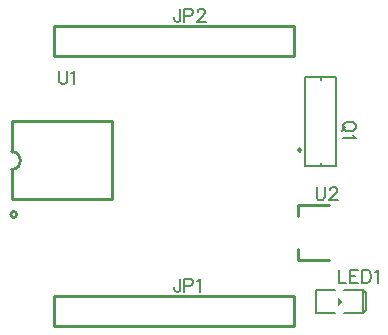
<source format=gto>
G04 Layer: TopSilkLayer*
G04 EasyEDA v6.4.19.4, 2021-06-26T11:34:46+02:00*
G04 Gerber Generator version 0.2*
G04 Scale: 100 percent, Rotated: No, Reflected: No *
G04 Dimensions in inches *
G04 leading zeros omitted , absolute positions ,3 integer and 6 decimal *
%FSLAX36Y36*%
%MOIN*%

%ADD10C,0.0100*%
%ADD21C,0.0079*%
%ADD22C,0.0079*%
%ADD23C,0.0098*%
%ADD24C,0.0060*%

%LPD*%
D24*
X1459350Y1880450D02*
G01*
X1459350Y1837550D01*
X1459350Y1837550D02*
G01*
X1483850Y1837550D01*
X1497349Y1880450D02*
G01*
X1497349Y1837550D01*
X1497349Y1880450D02*
G01*
X1523950Y1880450D01*
X1497349Y1860050D02*
G01*
X1513750Y1860050D01*
X1497349Y1837550D02*
G01*
X1523950Y1837550D01*
X1537449Y1880450D02*
G01*
X1537449Y1837550D01*
X1537449Y1880450D02*
G01*
X1551850Y1880450D01*
X1557950Y1878449D01*
X1562049Y1874349D01*
X1564049Y1870250D01*
X1566149Y1864050D01*
X1566149Y1853850D01*
X1564049Y1847750D01*
X1562049Y1843649D01*
X1557950Y1839549D01*
X1551850Y1837550D01*
X1537449Y1837550D01*
X1579650Y1872249D02*
G01*
X1583750Y1874349D01*
X1589849Y1880450D01*
X1589849Y1837550D01*
X525000Y2544099D02*
G01*
X525000Y2513400D01*
X526999Y2507300D01*
X531100Y2503200D01*
X537300Y2501199D01*
X541399Y2501199D01*
X547500Y2503200D01*
X551599Y2507300D01*
X553600Y2513400D01*
X553600Y2544099D01*
X567100Y2535900D02*
G01*
X571199Y2538000D01*
X577399Y2544099D01*
X577399Y2501199D01*
X1384200Y2155399D02*
G01*
X1384200Y2124699D01*
X1386199Y2118600D01*
X1390299Y2114499D01*
X1396499Y2112500D01*
X1400600Y2112500D01*
X1406700Y2114499D01*
X1410799Y2118600D01*
X1412799Y2124699D01*
X1412799Y2155399D01*
X1428400Y2145200D02*
G01*
X1428400Y2147199D01*
X1430399Y2151300D01*
X1432500Y2153400D01*
X1436599Y2155399D01*
X1444700Y2155399D01*
X1448800Y2153400D01*
X1450900Y2151300D01*
X1452899Y2147199D01*
X1452899Y2143099D01*
X1450900Y2139000D01*
X1446800Y2132899D01*
X1426300Y2112500D01*
X1455000Y2112500D01*
X930500Y1850399D02*
G01*
X930500Y1817699D01*
X928400Y1811500D01*
X926400Y1809499D01*
X922299Y1807500D01*
X918199Y1807500D01*
X914099Y1809499D01*
X911999Y1811500D01*
X910000Y1817699D01*
X910000Y1821799D01*
X943999Y1850399D02*
G01*
X943999Y1807500D01*
X943999Y1850399D02*
G01*
X962399Y1850399D01*
X968500Y1848400D01*
X970500Y1846300D01*
X972600Y1842199D01*
X972600Y1836100D01*
X970500Y1831999D01*
X968500Y1830000D01*
X962399Y1827899D01*
X943999Y1827899D01*
X986099Y1842199D02*
G01*
X990200Y1844299D01*
X996300Y1850399D01*
X996300Y1807500D01*
X930500Y2750399D02*
G01*
X930500Y2717700D01*
X928400Y2711500D01*
X926400Y2709499D01*
X922299Y2707500D01*
X918199Y2707500D01*
X914099Y2709499D01*
X911999Y2711500D01*
X910000Y2717700D01*
X910000Y2721799D01*
X943999Y2750399D02*
G01*
X943999Y2707500D01*
X943999Y2750399D02*
G01*
X962399Y2750399D01*
X968500Y2748400D01*
X970500Y2746300D01*
X972600Y2742199D01*
X972600Y2736100D01*
X970500Y2731999D01*
X968500Y2730000D01*
X962399Y2727899D01*
X943999Y2727899D01*
X988100Y2740200D02*
G01*
X988100Y2742199D01*
X990200Y2746300D01*
X992200Y2748400D01*
X996300Y2750399D01*
X1004499Y2750399D01*
X1008599Y2748400D01*
X1010600Y2746300D01*
X1012700Y2742199D01*
X1012700Y2738099D01*
X1010600Y2734000D01*
X1006499Y2727899D01*
X986099Y2707500D01*
X1014700Y2707500D01*
X1515399Y2362700D02*
G01*
X1513400Y2366799D01*
X1509300Y2370900D01*
X1505200Y2373000D01*
X1498999Y2375000D01*
X1488800Y2375000D01*
X1482700Y2373000D01*
X1478599Y2370900D01*
X1474499Y2366799D01*
X1472500Y2362700D01*
X1472500Y2354499D01*
X1474499Y2350500D01*
X1478599Y2346399D01*
X1482700Y2344299D01*
X1488800Y2342300D01*
X1498999Y2342300D01*
X1505200Y2344299D01*
X1509300Y2346399D01*
X1513400Y2350500D01*
X1515399Y2354499D01*
X1515399Y2362700D01*
X1480600Y2356599D02*
G01*
X1468400Y2344299D01*
X1507200Y2328800D02*
G01*
X1509300Y2324699D01*
X1515399Y2318499D01*
X1472500Y2318499D01*
G36*
X1456060Y1790740D02*
G01*
X1456060Y1759259D01*
X1467880Y1775000D01*
G37*
D21*
X1475748Y1814369D02*
G01*
X1538739Y1814369D01*
X1538739Y1735630D01*
X1475748Y1735630D01*
X1444251Y1735630D02*
G01*
X1381260Y1735630D01*
X1381260Y1814369D01*
X1444251Y1814369D01*
X1538739Y1814369D02*
G01*
X1538739Y1814369D01*
X1550550Y1802559D01*
X1550550Y1747440D01*
X1550550Y1747440D01*
X1538739Y1735630D01*
D10*
X702323Y2372953D02*
G01*
X702323Y2117046D01*
X702323Y2117046D02*
G01*
X367676Y2117046D01*
X367676Y2372953D02*
G01*
X367676Y2275000D01*
X367676Y2117046D02*
G01*
X367676Y2215000D01*
X367676Y2375592D02*
G01*
X702323Y2375592D01*
X1322150Y2060120D02*
G01*
X1322150Y2095549D01*
X1424520Y2095549D01*
X1424520Y1914450D02*
G01*
X1322150Y1914450D01*
X1322150Y1949879D01*
X510000Y1795000D02*
G01*
X1310000Y1795000D01*
X1310000Y1795000D02*
G01*
X1310000Y1695000D01*
X1310000Y1695000D02*
G01*
X510000Y1695000D01*
X510000Y1695000D02*
G01*
X510000Y1795000D01*
X510000Y2695000D02*
G01*
X1310000Y2695000D01*
X1310000Y2695000D02*
G01*
X1310000Y2595000D01*
X1310000Y2595000D02*
G01*
X510000Y2595000D01*
X510000Y2595000D02*
G01*
X510000Y2695000D01*
D22*
X1450681Y2225394D02*
G01*
X1450681Y2524605D01*
X1344381Y2225394D02*
G01*
X1450681Y2225394D01*
X1344381Y2225394D02*
G01*
X1344381Y2524605D01*
X1450681Y2524605D02*
G01*
X1344381Y2524605D01*
X1400119Y2524605D02*
G01*
X1400119Y2512800D01*
X1400119Y2236199D02*
G01*
X1400119Y2225394D01*
D10*
G75*
G01*
X367677Y2275000D02*
G02*
X367700Y2215000I11J-30000D01*
D23*
G75*
G01*
X1333071Y2280512D02*
G03*
X1333071Y2280412I-4900J-50D01*
D10*
G75*
G01
X385000Y2065000D02*
G03X385000Y2065000I-10000J0D01*
M02*

</source>
